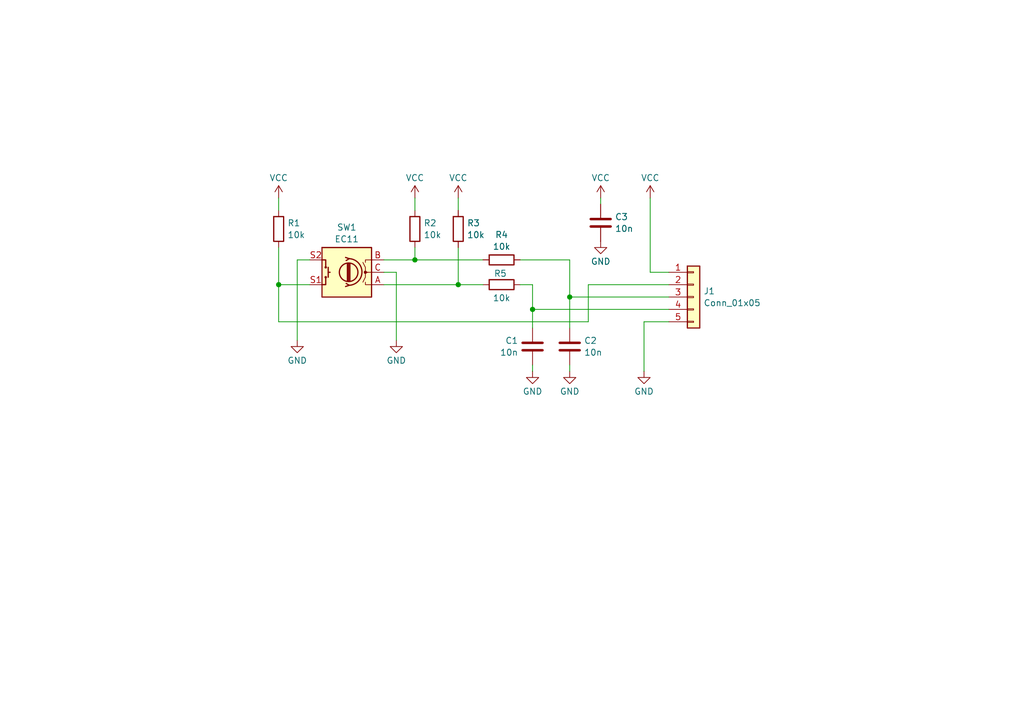
<source format=kicad_sch>
(kicad_sch (version 20250114) (generator "eeschema") (generator_version "9.0")
  (paper "A5")
  (title_block (title "Rotary encoder with filter") (date "2025-07-15") (rev "1"))
  (lib_symbols
    (symbol "Connector_Generic:Conn_01x05" (pin_names (offset 1.016) (hide yes))
      (property "Reference" "J" (at 0 7.62 0))
      (property "Value" "Conn_01x05" (at 0 -7.62 0))
      (symbol "Conn_01x05_1_1"
        (rectangle (start -1.27 6.35) (end 1.27 -6.35) (stroke (width 0.254)) (fill (type background)))
        (rectangle (start -1.27 5.207) (end 0 4.953) (stroke (width 0.1524)))
        (rectangle (start -1.27 2.667) (end 0 2.413) (stroke (width 0.1524)))
        (rectangle (start -1.27 0.127) (end 0 -0.127) (stroke (width 0.1524)))
        (rectangle (start -1.27 -2.413) (end 0 -2.667) (stroke (width 0.1524)))
        (rectangle (start -1.27 -4.953) (end 0 -5.207) (stroke (width 0.1524)))
        (pin passive line (at -5.08 5.08 0) (length 3.81) (name "Pin_1") (number "1"))
        (pin passive line (at -5.08 2.54 0) (length 3.81) (name "Pin_2") (number "2"))
        (pin passive line (at -5.08 0 0) (length 3.81) (name "Pin_3") (number "3"))
        (pin passive line (at -5.08 -2.54 0) (length 3.81) (name "Pin_4") (number "4"))
        (pin passive line (at -5.08 -5.08 0) (length 3.81) (name "Pin_5") (number "5"))
      )
    )
    (symbol "Device:C" (pin_numbers (hide yes)) (pin_names (offset 0.254))
      (property "Reference" "C" (at 0.635 2.54 0))
      (property "Value" "C" (at 0.635 -2.54 0))
      (symbol "C_0_1"
        (polyline (pts (xy -2.032 0.762) (xy 2.032 0.762)) (stroke (width 0.508)))
        (polyline (pts (xy -2.032 -0.762) (xy 2.032 -0.762)) (stroke (width 0.508)))
      )
      (symbol "C_1_1"
        (pin passive line (at 0 3.81 270) (length 2.794) (name "~") (number "1"))
        (pin passive line (at 0 -3.81 90) (length 2.794) (name "~") (number "2"))
      )
    )
    (symbol "Device:R" (pin_numbers (hide yes)) (pin_names (offset 0))
      (property "Reference" "R" (at 2.032 0 90))
      (property "Value" "R" (at 0 0 90))
      (symbol "R_0_1"
        (rectangle (start -1.016 -2.54) (end 1.016 2.54) (stroke (width 0.254)))
      )
      (symbol "R_1_1"
        (pin passive line (at 0 3.81 270) (length 1.27) (name "~") (number "1"))
        (pin passive line (at 0 -3.81 90) (length 1.27) (name "~") (number "2"))
      )
    )
    (symbol "Device:RotaryEncoder_Switch" (pin_names (offset 0.254) (hide yes))
      (property "Reference" "SW" (at 0 6.604 0))
      (property "Value" "RotaryEncoder_Switch" (at 0 -6.604 0))
      (symbol "RotaryEncoder_Switch_0_1"
        (rectangle (start -5.08 5.08) (end 5.08 -5.08) (stroke (width 0.254)) (fill (type background)))
        (polyline (pts (xy -5.08 2.54) (xy -3.81 2.54) (xy -3.81 2.032)))
        (polyline (pts (xy -5.08 0) (xy -3.81 0) (xy -3.81 -1.016) (xy -3.302 -2.032)))
        (polyline (pts (xy -5.08 -2.54) (xy -3.81 -2.54) (xy -3.81 -2.032)))
        (polyline (pts (xy -4.318 0) (xy -3.81 0) (xy -3.81 1.016) (xy -3.302 2.032)))
        (circle (center -3.81 0) (radius 0.254) (fill (type outline)))
        (polyline (pts (xy -0.635 -1.778) (xy -0.635 1.778)) (stroke (width 0.254)))
        (circle (center -0.381 0) (radius 1.905) (stroke (width 0.254)))
        (polyline (pts (xy -0.381 -1.778) (xy -0.381 1.778)) (stroke (width 0.254)))
        (arc (start -0.381 -2.794) (mid -3.0988 -0.0635) (end -0.381 2.667) (stroke (width 0.254)))
        (polyline (pts (xy -0.127 1.778) (xy -0.127 -1.778)) (stroke (width 0.254)))
        (polyline (pts (xy 0.254 2.921) (xy -0.508 2.667) (xy 0.127 2.286)) (stroke (width 0.254)))
        (polyline (pts (xy 0.254 -3.048) (xy -0.508 -2.794) (xy 0.127 -2.413)) (stroke (width 0.254)))
        (polyline (pts (xy 3.81 1.016) (xy 3.81 -1.016)) (stroke (width 0.254)))
        (polyline (pts (xy 3.81 0) (xy 3.429 0)) (stroke (width 0.254)))
        (circle (center 4.318 1.016) (radius 0.127) (stroke (width 0.254)))
        (circle (center 4.318 -1.016) (radius 0.127) (stroke (width 0.254)))
        (polyline (pts (xy 5.08 2.54) (xy 4.318 2.54) (xy 4.318 1.016)) (stroke (width 0.254)))
        (polyline (pts (xy 5.08 -2.54) (xy 4.318 -2.54) (xy 4.318 -1.016)) (stroke (width 0.254)))
      )
      (symbol "RotaryEncoder_Switch_1_1"
        (pin passive line (at -7.62 2.54 0) (length 2.54) (name "A") (number "A"))
        (pin passive line (at -7.62 0 0) (length 2.54) (name "C") (number "C"))
        (pin passive line (at -7.62 -2.54 0) (length 2.54) (name "B") (number "B"))
        (pin passive line (at 7.62 2.54 180) (length 2.54) (name "S1") (number "S1"))
        (pin passive line (at 7.62 -2.54 180) (length 2.54) (name "S2") (number "S2"))
      )
    )
    (symbol "power:GND" (power) (pin_numbers (hide yes)) (pin_names (offset 0) (hide yes))
      (property "Value" "GND" (at 0 -3.81 0))
      (symbol "GND_0_1"
        (polyline (pts (xy 0 0) (xy 0 -1.27) (xy 1.27 -1.27) (xy 0 -2.54) (xy -1.27 -1.27) (xy 0 -1.27)))
      )
      (symbol "GND_1_1"
        (pin power_in line (at 0 0 270) (length 0) (name "~") (number "1"))
      )
    )
    (symbol "power:VCC" (power) (pin_numbers (hide yes)) (pin_names (offset 0) (hide yes))
      (property "Value" "VCC" (at 0 3.556 0))
      (symbol "VCC_0_1"
        (polyline (pts (xy -0.762 1.27) (xy 0 2.54)))
        (polyline (pts (xy 0 2.54) (xy 0.762 1.27)))
        (polyline (pts (xy 0 0) (xy 0 2.54)))
      )
      (symbol "VCC_1_1"
        (pin power_in line (at 0 0 90) (length 0) (name "~") (number "1"))
      )
    )
  )
  (junction (at 57.15 58.42))
  (junction (at 85.09 53.34))
  (junction (at 116.84 60.96))
  (junction (at 93.98 58.42))
  (junction (at 109.22 63.5))
  (wire (pts (xy 132.08 66.04) (xy 132.08 76.2)))
  (wire (pts (xy 109.22 63.5) (xy 137.16 63.5)))
  (wire (pts (xy 81.28 55.88) (xy 81.28 69.85)))
  (wire (pts (xy 137.16 55.88) (xy 133.35 55.88)))
  (wire (pts (xy 93.98 58.42) (xy 93.98 50.8)))
  (wire (pts (xy 93.98 58.42) (xy 99.06 58.42)))
  (wire (pts (xy 78.74 58.42) (xy 93.98 58.42)))
  (wire (pts (xy 63.5 53.34) (xy 60.96 53.34)))
  (wire (pts (xy 78.74 55.88) (xy 81.28 55.88)))
  (wire (pts (xy 57.15 58.42) (xy 63.5 58.42)))
  (wire (pts (xy 116.84 74.93) (xy 116.84 76.2)))
  (wire (pts (xy 109.22 74.93) (xy 109.22 76.2)))
  (wire (pts (xy 57.15 58.42) (xy 57.15 66.04)))
  (wire (pts (xy 85.09 53.34) (xy 99.06 53.34)))
  (wire (pts (xy 133.35 55.88) (xy 133.35 40.64)))
  (wire (pts (xy 106.68 53.34) (xy 116.84 53.34)))
  (wire (pts (xy 137.16 58.42) (xy 120.65 58.42)))
  (wire (pts (xy 109.22 63.5) (xy 109.22 67.31)))
  (wire (pts (xy 109.22 58.42) (xy 109.22 63.5)))
  (wire (pts (xy 123.19 40.64) (xy 123.19 41.91)))
  (wire (pts (xy 93.98 40.64) (xy 93.98 43.18)))
  (wire (pts (xy 57.15 50.8) (xy 57.15 58.42)))
  (wire (pts (xy 116.84 60.96) (xy 137.16 60.96)))
  (wire (pts (xy 137.16 66.04) (xy 132.08 66.04)))
  (wire (pts (xy 116.84 53.34) (xy 116.84 60.96)))
  (wire (pts (xy 109.22 58.42) (xy 106.68 58.42)))
  (wire (pts (xy 120.65 58.42) (xy 120.65 66.04)))
  (wire (pts (xy 85.09 50.8) (xy 85.09 53.34)))
  (wire (pts (xy 85.09 40.64) (xy 85.09 43.18)))
  (wire (pts (xy 85.09 53.34) (xy 78.74 53.34)))
  (wire (pts (xy 120.65 66.04) (xy 57.15 66.04)))
  (wire (pts (xy 60.96 53.34) (xy 60.96 69.85)))
  (wire (pts (xy 116.84 60.96) (xy 116.84 67.31)))
  (wire (pts (xy 57.15 40.64) (xy 57.15 43.18)))
  (symbol (lib_id "Device:R") (at 57.15 46.99 0) (unit 1)
    (property "Reference" "R1" (at 58.928 45.7778 0) (effects (justify left)))
    (property "Value" "10k" (at 58.928 48.2021 0) (effects (justify left)))
    (property "Footprint" "Resistor_SMD:R_1206_3216Metric_Pad1.30x1.75mm_HandSolder" (effects (hide yes)))
    (property "Description" "Resistor" (effects (hide yes)))
  )
  (symbol (lib_id "power:GND") (at 116.84 76.2 0) (unit 1)
    (property "Reference" "#PWR08" (effects (hide yes)))
    (property "Value" "GND" (at 116.84 80.3331 0))
    (property "Description" "Power symbol creates a global label with name \"GND\" , ground" (effects (hide yes)))
  )
  (symbol (lib_id "Device:C") (at 123.19 45.72 0) (unit 1)
    (property "Reference" "C3" (at 126.111 44.5078 0) (effects (justify left)))
    (property "Value" "10n" (at 126.111 46.9321 0) (effects (justify left)))
    (property "Footprint" "Capacitor_SMD:C_1206_3216Metric_Pad1.33x1.80mm_HandSolder" (effects (hide yes)))
    (property "Description" "Unpolarized capacitor" (effects (hide yes)))
  )
  (symbol (lib_id "power:VCC") (at 57.15 40.64 0) (unit 1)
    (property "Reference" "#PWR01" (effects (hide yes)))
    (property "Value" "VCC" (at 57.15 36.5069 0))
    (property "Description" "Power symbol creates a global label with name \"VCC\"" (effects (hide yes)))
  )
  (symbol (lib_id "Device:R") (at 102.87 58.42 270) (mirror x) (unit 1)
    (property "Reference" "R5" (at 102.616 56.134 90))
    (property "Value" "10k" (at 102.87 61.1562 90))
    (property "Footprint" "Resistor_SMD:R_1206_3216Metric_Pad1.30x1.75mm_HandSolder" (effects (hide yes)))
    (property "Description" "Resistor" (effects (hide yes)))
  )
  (symbol (lib_id "Device:R") (at 85.09 46.99 0) (unit 1)
    (property "Reference" "R2" (at 86.868 45.7778 0) (effects (justify left)))
    (property "Value" "10k" (at 86.868 48.2021 0) (effects (justify left)))
    (property "Footprint" "Resistor_SMD:R_1206_3216Metric_Pad1.30x1.75mm_HandSolder" (effects (hide yes)))
    (property "Description" "Resistor" (effects (hide yes)))
  )
  (symbol (lib_id "power:GND") (at 81.28 69.85 0) (unit 1)
    (property "Reference" "#PWR06" (effects (hide yes)))
    (property "Value" "GND" (at 81.28 73.9831 0))
    (property "Description" "Power symbol creates a global label with name \"GND\" , ground" (effects (hide yes)))
  )
  (symbol (lib_id "Connector_Generic:Conn_01x05") (at 142.24 60.96 0) (unit 1)
    (property "Reference" "J1" (at 144.272 59.7478 0) (effects (justify left)))
    (property "Value" "Conn_01x05" (at 144.272 62.1721 0) (effects (justify left)))
    (property "Footprint" "Connector_PinHeader_2.54mm:PinHeader_1x05_P2.54mm_Horizontal" (effects (hide yes)))
    (property "Description" "Generic connector, single row, 01x05, script generated (kicad-library-utils/schlib/autogen/connector/)" (effects (hide yes)))
  )
  (symbol (lib_id "power:VCC") (at 123.19 40.64 0) (unit 1)
    (property "Reference" "#PWR011" (effects (hide yes)))
    (property "Value" "VCC" (at 123.19 36.5069 0))
    (property "Description" "Power symbol creates a global label with name \"VCC\"" (effects (hide yes)))
  )
  (symbol (lib_id "power:GND") (at 132.08 76.2 0) (unit 1)
    (property "Reference" "#PWR09" (effects (hide yes)))
    (property "Value" "GND" (at 132.08 80.3331 0))
    (property "Description" "Power symbol creates a global label with name \"GND\" , ground" (effects (hide yes)))
  )
  (symbol (lib_id "Device:RotaryEncoder_Switch") (at 71.12 55.88 180) (unit 1)
    (property "Reference" "SW1" (at 71.12 46.6555 0))
    (property "Value" "EC11" (at 71.12 49.0798 0))
    (property "Footprint" "Rotary_Encoder:RotaryEncoder_Alps_EC12E-Switch_Vertical_H20mm" (effects (hide yes)))
    (property "Description" "Rotary encoder, dual channel, incremental quadrate outputs, with switch" (effects (hide yes)))
  )
  (symbol (lib_id "Device:C") (at 116.84 71.12 0) (unit 1)
    (property "Reference" "C2" (at 119.761 69.9078 0) (effects (justify left)))
    (property "Value" "10n" (at 119.761 72.3321 0) (effects (justify left)))
    (property "Footprint" "Capacitor_SMD:C_1206_3216Metric_Pad1.33x1.80mm_HandSolder" (effects (hide yes)))
    (property "Description" "Unpolarized capacitor" (effects (hide yes)))
  )
  (symbol (lib_id "power:VCC") (at 133.35 40.64 0) (unit 1)
    (property "Reference" "#PWR04" (effects (hide yes)))
    (property "Value" "VCC" (at 133.35 36.5069 0))
    (property "Description" "Power symbol creates a global label with name \"VCC\"" (effects (hide yes)))
  )
  (symbol (lib_id "Device:R") (at 102.87 53.34 90) (unit 1)
    (property "Reference" "R4" (at 102.87 48.1795 90))
    (property "Value" "10k" (at 102.87 50.6038 90))
    (property "Footprint" "Resistor_SMD:R_1206_3216Metric_Pad1.30x1.75mm_HandSolder" (effects (hide yes)))
    (property "Description" "Resistor" (effects (hide yes)))
  )
  (symbol (lib_id "Device:C") (at 109.22 71.12 0) (mirror y) (unit 1)
    (property "Reference" "C1" (at 106.299 69.9078 0) (effects (justify left)))
    (property "Value" "10n" (at 106.299 72.3321 0) (effects (justify left)))
    (property "Footprint" "Capacitor_SMD:C_1206_3216Metric_Pad1.33x1.80mm_HandSolder" (effects (hide yes)))
    (property "Description" "Unpolarized capacitor" (effects (hide yes)))
  )
  (symbol (lib_id "power:VCC") (at 85.09 40.64 0) (unit 1)
    (property "Reference" "#PWR02" (effects (hide yes)))
    (property "Value" "VCC" (at 85.09 36.5069 0))
    (property "Description" "Power symbol creates a global label with name \"VCC\"" (effects (hide yes)))
  )
  (symbol (lib_id "power:GND") (at 123.19 49.53 0) (unit 1)
    (property "Reference" "#PWR010" (effects (hide yes)))
    (property "Value" "GND" (at 123.19 53.6631 0))
    (property "Description" "Power symbol creates a global label with name \"GND\" , ground" (effects (hide yes)))
  )
  (symbol (lib_id "power:VCC") (at 93.98 40.64 0) (unit 1)
    (property "Reference" "#PWR03" (effects (hide yes)))
    (property "Value" "VCC" (at 93.98 36.5069 0))
    (property "Description" "Power symbol creates a global label with name \"VCC\"" (effects (hide yes)))
  )
  (symbol (lib_id "power:GND") (at 60.96 69.85 0) (unit 1)
    (property "Reference" "#PWR05" (effects (hide yes)))
    (property "Value" "GND" (at 60.96 73.9831 0))
    (property "Description" "Power symbol creates a global label with name \"GND\" , ground" (effects (hide yes)))
  )
  (symbol (lib_id "Device:R") (at 93.98 46.99 0) (unit 1)
    (property "Reference" "R3" (at 95.758 45.7778 0) (effects (justify left)))
    (property "Value" "10k" (at 95.758 48.2021 0) (effects (justify left)))
    (property "Footprint" "Resistor_SMD:R_1206_3216Metric_Pad1.30x1.75mm_HandSolder" (effects (hide yes)))
    (property "Description" "Resistor" (effects (hide yes)))
  )
  (symbol (lib_id "power:GND") (at 109.22 76.2 0) (unit 1)
    (property "Reference" "#PWR07" (effects (hide yes)))
    (property "Value" "GND" (at 109.22 80.3331 0))
    (property "Description" "Power symbol creates a global label with name \"GND\" , ground" (effects (hide yes)))
  )
)
</source>
